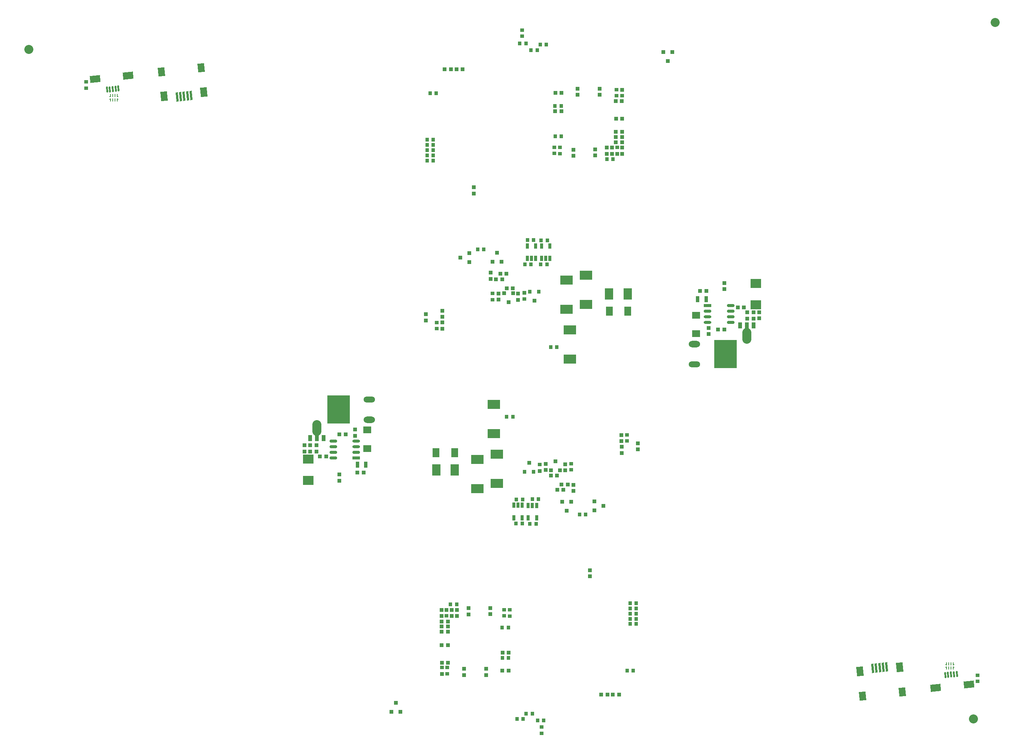
<source format=gtp>
G04 CAM350 V9.0 (Build 156) Date:  Thu May 26 11:42:24 2016 *
G04 Database: (Untitled) *
G04 Layer 3: a300skb5_0_mu-1 *
%FSTAX23Y23*%
%MOIN*%
%SFA1.000B1.000*%

%MIA0B0*%
%IPPOS*%
%AMD762*
4,1,4,-0.01500,0.01750,-0.01500,-0.01750,0.01500,-0.01750,0.01500,0.01750,-0.01500,0.01750,0.00000*
%
%AMD763*
4,1,4,-0.01750,0.01750,-0.01750,-0.01750,0.01750,-0.01750,0.01750,0.01750,-0.01750,0.01750,0.00000*
%
%AMD764*
4,1,4,-0.05500,0.04150,-0.05500,-0.04150,0.05500,-0.04150,0.05500,0.04150,-0.05500,0.04150,0.00000*
%
%AMD765*
4,1,4,-0.03540,0.04900,-0.03540,-0.04900,0.03540,-0.04900,0.03540,0.04900,-0.03540,0.04900,0.00000*
%
%AMD766*
4,1,4,-0.03150,0.03950,-0.03150,-0.03950,0.03150,-0.03950,0.03150,0.03950,-0.03150,0.03950,0.00000*
%
%AMD767*
4,1,4,-0.04550,0.03950,-0.04550,-0.03950,0.04550,-0.03950,0.04550,0.03950,-0.04550,0.03950,0.00000*
%
%AMD768*
4,1,4,-0.01750,0.01500,-0.01750,-0.01500,0.01750,-0.01500,0.01750,0.01500,-0.01750,0.01500,0.00000*
%
%AMD769*
4,1,4,-0.01500,0.02750,-0.01500,-0.02750,0.01500,-0.02750,0.01500,0.02750,-0.01500,0.02750,0.00000*
%
%AMD770*
4,1,4,-0.01750,0.02750,-0.01750,-0.02750,0.01750,-0.02750,0.01750,0.02750,-0.01750,0.02750,0.00000*
%
%AMD771*
4,1,4,-0.04000,0.03000,-0.04000,-0.03000,0.04000,-0.03000,0.04000,0.03000,-0.04000,0.03000,0.00000*
1,1,0.08000,0.00000,-0.03000*
1,1,0.08000,0.00000,0.03000*
%
%AMD772*
4,1,4,-0.10000,0.12500,-0.10000,-0.12500,0.10000,-0.12500,0.10000,0.12500,-0.10000,0.12500,0.00000*
%
%AMD773*
4,1,4,-0.02250,0.02750,-0.02250,-0.02750,0.02250,-0.02750,0.02250,0.02750,-0.02250,0.02750,0.00000*
1,1,0.05500,-0.02250,0.00000*
1,1,0.05500,0.02250,0.00000*
%
%AMD774*
4,1,4,-0.02000,0.03000,-0.02000,-0.03000,0.02000,-0.03000,0.02000,0.03000,-0.02000,0.03000,0.00000*
1,1,0.06000,-0.02000,0.00000*
1,1,0.06000,0.02000,0.00000*
%
%AMD775*
4,1,4,-0.03500,0.03150,-0.03500,-0.03150,0.03500,-0.03150,0.03500,0.03150,-0.03500,0.03150,0.00000*
%
%AMD776*
4,1,4,0.00560,0.04230,-0.01430,0.04020,-0.00560,-0.04230,0.01430,-0.04020,0.00560,0.04230,0.00000*
%
%AMD777*
4,1,4,0.02500,0.04440,-0.03370,0.03820,-0.02500,-0.04440,0.03370,-0.03820,0.02500,0.04440,0.00000*
%
%AMD778*
4,1,4,0.02530,0.04140,-0.03340,0.03520,-0.02530,-0.04140,0.03340,-0.03520,0.02530,0.04140,0.00000*
%
%AMD779*
4,1,4,0.00590,0.02020,-0.01000,0.01860,-0.00590,-0.02020,0.01000,-0.01860,0.00590,0.02020,0.00000*
1,1,0.01600,-0.00200,0.01940*
1,1,0.01600,0.00200,-0.01940*
%
%AMD780*
4,1,4,0.04200,0.03610,-0.04850,0.02660,-0.04200,-0.03610,0.04850,-0.02660,0.04200,0.03610,0.00000*
%
%AMD781*
4,1,4,0.04210,0.03510,-0.04840,0.02560,-0.04210,-0.03510,0.04840,-0.02560,0.04210,0.03510,0.00000*
%
%AMD782*
4,1,4,-0.00400,0.00400,-0.00400,-0.00400,0.00400,-0.00400,0.00400,0.00400,-0.00400,0.00400,0.00000*
%
%AMD783*
4,1,4,-0.00400,0.01200,-0.00400,-0.01200,0.00400,-0.01200,0.00400,0.01200,-0.00400,0.01200,0.00000*
%
%AMD784*
4,1,4,-0.02000,0.01400,-0.02000,-0.01400,0.02000,-0.01400,0.02000,0.01400,-0.02000,0.01400,0.00000*
1,1,0.02800,-0.02000,0.00000*
1,1,0.02800,0.02000,0.00000*
%
%AMD785*
4,1,4,-0.03400,0.01400,-0.03400,-0.01400,0.03400,-0.01400,0.03400,0.01400,-0.03400,0.01400,0.00000*
%
%AMD786*
4,1,4,-0.02200,0.01200,-0.02200,-0.01200,0.02200,-0.01200,0.02200,0.01200,-0.02200,0.01200,0.00000*
1,1,0.02400,-0.02200,0.00000*
1,1,0.02400,0.02200,0.00000*
%
%AMD787*
4,1,4,-0.01200,0.02350,-0.01200,-0.02350,0.01200,-0.02350,0.01200,0.02350,-0.01200,0.02350,0.00000*
%
%ADD29C,0.08000*%
%ADD762D762*%
%ADD763D763*%
%ADD764D764*%
%ADD765D765*%
%ADD766D766*%
%ADD767D767*%
%ADD768D768*%
%ADD769D769*%
%ADD770D770*%
%ADD771D771*%
%ADD772D772*%
%ADD773D773*%
%ADD774D774*%
%ADD775D775*%
%ADD776D776*%
%ADD777D777*%
%ADD778D778*%
%ADD779D779*%
%ADD780D780*%
%ADD781D781*%
%ADD782D782*%
%ADD783D783*%
%ADD784D784*%
%ADD785D785*%
%ADD786D786*%
%ADD787D787*%
%LNa300skb5_0_mu-1*%
%LPD*%
G54D762*
X05371Y06553D03*
X05426D03*
X04896Y04779D03*
X04951D03*
X05638Y06057D03*
X05583D03*
X061Y05581D03*
X06045D03*
X0564Y05786D03*
X05585D03*
X0527Y06612D03*
X05325D03*
X05507Y06601D03*
X05452D03*
X04446Y0557D03*
X04501D03*
X04446Y05617D03*
X04501D03*
X04446Y05663D03*
X04501D03*
X04446Y05709D03*
X04501D03*
X04446Y05755D03*
X04501D03*
X05545Y03909D03*
X056D03*
X05393Y04862D03*
X05338D03*
X05371Y04644D03*
X05316D03*
X05516Y0486D03*
X05461D03*
X05512Y04646D03*
X05457D03*
X04472Y06169D03*
X04527D03*
X0544Y04401D03*
X0536D03*
G54D763*
X04819Y04665D03*
Y04745D03*
X04739Y04705D03*
X07399Y04165D03*
Y0422D03*
X0486Y05331D03*
Y05276D03*
X04433Y04201D03*
Y04146D03*
X04578Y04233D03*
Y04178D03*
X04579Y04073D03*
Y04128D03*
X06951Y0408D03*
Y04025D03*
X0709Y04425D03*
Y0448D03*
X0598Y06155D03*
Y0621D03*
X05784Y06154D03*
Y06209D03*
X06137Y0563D03*
X06181D03*
Y05685D03*
X06091D03*
Y0563D03*
X05746Y05667D03*
Y05612D03*
X05941Y05669D03*
Y05614D03*
X06042Y05685D03*
Y0563D03*
X06178Y062D03*
X05008Y04571D03*
Y04516D03*
X05252Y0433D03*
Y04385D03*
X05081Y04387D03*
Y04332D03*
X05308Y04392D03*
X04656Y06382D03*
X04601D03*
X04705Y06383D03*
X0476D03*
X06122Y061D03*
X06177D03*
X07294Y04219D03*
X07349D03*
X07208Y04263D03*
X07263D03*
X07349Y04163D03*
X07294D03*
X06874Y04408D03*
X06929D03*
X07034Y04067D03*
X07089D03*
X05638Y0601D03*
X05583D03*
X0564Y06171D03*
X05585D03*
X06124Y05732D03*
X06179D03*
X06124Y05778D03*
X06179D03*
X06125Y05943D03*
X0618D03*
X06124Y05825D03*
X06179D03*
X06587Y06456D03*
X06547Y06536D03*
X06627D03*
X05026Y04668D03*
X05106D03*
X05066Y04748D03*
X05096Y04561D03*
X05151D03*
X05112Y04513D03*
X05057D03*
X05152Y04433D03*
X05207D03*
X05208Y04388D03*
X05128D03*
X05168Y04308D03*
X054Y04321D03*
G54D764*
X05687Y04504D03*
Y04244D03*
X05715Y03801D03*
Y04061D03*
X05859Y0455D03*
Y0429D03*
G54D765*
X06228Y04383D03*
X06063D03*
G54D766*
X0623Y0423D03*
X06065D03*
G54D767*
X07368Y04476D03*
Y04287D03*
G54D768*
X04531Y04072D03*
Y04127D03*
X05575Y05686D03*
Y05631D03*
X05625Y05684D03*
Y05629D03*
X06131Y062D03*
Y06145D03*
X06137Y05685D03*
X06178Y06145D03*
X05289Y06729D03*
Y06674D03*
X09343Y00986D03*
Y00931D03*
X05308Y04337D03*
X05027Y04329D03*
Y04384D03*
G54D769*
X06853Y04336D03*
X06928D03*
G54D770*
X07231Y04101D03*
X07351D03*
X07291D03*
G54D771*
Y04009D03*
G54D772*
X07098Y03847D03*
G54D773*
X06823Y03757D03*
G54D774*
Y03937D03*
G54D775*
X0684Y04028D03*
Y04193D03*
G54D776*
X08534Y01062D03*
X08503Y01059D03*
X0844Y01052D03*
X08472Y01056D03*
X08409Y01049D03*
G54D777*
X08297Y01021D03*
X08649Y01058D03*
G54D778*
X0832Y00802D03*
X08673Y00839D03*
G54D779*
X09107Y00994D03*
X09081Y00991D03*
X09056Y00988D03*
X09132Y00996D03*
X09158Y00998D03*
G54D780*
X08971Y00874D03*
G54D781*
X09265Y00905D03*
G54D782*
X09134Y01082D03*
X09059D03*
X09134Y01059D03*
X09059D03*
G54D783*
X09106Y0109D03*
X09126Y01051D03*
Y0109D03*
X09067Y01051D03*
X09087D03*
X09106D03*
X09087Y0109D03*
X09067D03*
G54D784*
X0694Y04228D03*
X07145Y04128D03*
Y04178D03*
Y04228D03*
Y04278D03*
G54D785*
X06939D03*
G54D786*
Y04128D03*
Y04178D03*
G54D787*
X0541Y04699D03*
X05335D03*
Y0481D03*
X0541D03*
X05373Y04699D03*
X05537Y04698D03*
X05462D03*
Y04809D03*
X05537D03*
X055Y04698D03*
G54D762*
X05382Y00646D03*
X05327D03*
X05857Y0242D03*
X05802D03*
X05115Y01142D03*
X0517D03*
X04653Y01618D03*
X04708D03*
X05113Y01413D03*
X05168D03*
X05483Y00587D03*
X05428D03*
X05246Y00598D03*
X05301D03*
X06307Y01629D03*
X06252D03*
X06307Y01582D03*
X06252D03*
X06307Y01536D03*
X06252D03*
X06307Y0149D03*
X06252D03*
X06307Y01444D03*
X06252D03*
X05208Y0329D03*
X05153D03*
X0536Y02337D03*
X05415D03*
X05382Y02555D03*
X05437D03*
X05237Y02339D03*
X05292D03*
X05241Y02553D03*
X05296D03*
X06281Y0103D03*
X06226D03*
X05313Y02798D03*
X05393D03*
G54D763*
X05934Y02534D03*
Y02454D03*
X06014Y02494D03*
X03354Y03034D03*
Y02979D03*
X05893Y01868D03*
Y01923D03*
X0632Y02998D03*
Y03053D03*
X06175Y02966D03*
Y03021D03*
X06174Y03126D03*
Y03071D03*
X03802Y03119D03*
Y03174D03*
X03663Y02774D03*
Y02719D03*
X04773Y01044D03*
Y00989D03*
X04969Y01045D03*
Y0099D03*
X04616Y01569D03*
X04572D03*
Y01514D03*
X04662D03*
Y01569D03*
X05007Y01532D03*
Y01587D03*
X04812Y0153D03*
Y01585D03*
X04711Y01514D03*
Y01569D03*
X04575Y00999D03*
X05745Y02628D03*
Y02683D03*
X05501Y02869D03*
Y02814D03*
X05672Y02812D03*
Y02867D03*
X05445Y02807D03*
X06097Y00817D03*
X06152D03*
X06048Y00816D03*
X05993D03*
X04631Y01099D03*
X04576D03*
X03459Y0298D03*
X03404D03*
X03545Y02936D03*
X0349D03*
X03404Y03036D03*
X03459D03*
X03879Y02791D03*
X03824D03*
X03719Y03132D03*
X03664D03*
X05115Y01189D03*
X0517D03*
X05113Y01028D03*
X05168D03*
X04629Y01467D03*
X04574D03*
X04629Y01421D03*
X04574D03*
X04628Y01256D03*
X04573D03*
X04629Y01374D03*
X04574D03*
X04166Y00743D03*
X04206Y00663D03*
X04126D03*
X05727Y02531D03*
X05647D03*
X05687Y02451D03*
X05657Y02638D03*
X05602D03*
X05641Y02686D03*
X05696D03*
X05601Y02766D03*
X05546D03*
X05545Y02811D03*
X05625D03*
X05585Y02891D03*
X05353Y02878D03*
G54D764*
X05066Y02695D03*
Y02955D03*
X05038Y03398D03*
Y03138D03*
X04894Y02649D03*
Y02909D03*
G54D765*
X04525Y02816D03*
X0469D03*
G54D766*
X04523Y02969D03*
X04688D03*
G54D767*
X03385Y02723D03*
Y02912D03*
G54D768*
X06222Y03127D03*
Y03072D03*
X05178Y01513D03*
Y01568D03*
X05128Y01515D03*
Y0157D03*
X04622Y00999D03*
Y01054D03*
X04616Y01514D03*
X04575Y01054D03*
X05464Y0047D03*
Y00525D03*
X0141Y06213D03*
Y06268D03*
X05445Y02862D03*
X05726Y0287D03*
Y02815D03*
G54D769*
X039Y02863D03*
X03825D03*
G54D770*
X03522Y03098D03*
X03402D03*
X03462D03*
G54D771*
Y0319D03*
G54D772*
X03655Y03352D03*
G54D773*
X0393Y03442D03*
G54D774*
Y03262D03*
G54D775*
X03913Y03171D03*
Y03006D03*
G54D776*
X02219Y06137D03*
X0225Y0614D03*
X02313Y06147D03*
X02281Y06143D03*
X02344Y0615D03*
G54D777*
X02456Y06178D03*
X02104Y06141D03*
G54D778*
X02433Y06397D03*
X0208Y0636D03*
G54D779*
X01646Y06205D03*
X01672Y06208D03*
X01697Y06211D03*
X01621Y06203D03*
X01595Y06201D03*
G54D780*
X01782Y06325D03*
G54D781*
X01488Y06294D03*
G54D782*
X01619Y06117D03*
X01694D03*
X01619Y0614D03*
X01694D03*
G54D783*
X01647Y06109D03*
X01627Y06148D03*
Y06109D03*
X01686Y06148D03*
X01666D03*
X01647D03*
X01666Y06109D03*
X01686D03*
G54D784*
X03813Y02971D03*
X03608Y03071D03*
Y03021D03*
Y02971D03*
Y02921D03*
G54D785*
X03814D03*
G54D786*
Y03071D03*
Y03021D03*
G54D787*
X05343Y025D03*
X05418D03*
Y02389D03*
X05343D03*
X0538Y025D03*
X05216Y02501D03*
X05291D03*
Y0239D03*
X05216D03*
X05253Y02501D03*
G54D29*
X009Y06559D03*
X095Y068D03*
X09305Y006D03*
M02*

</source>
